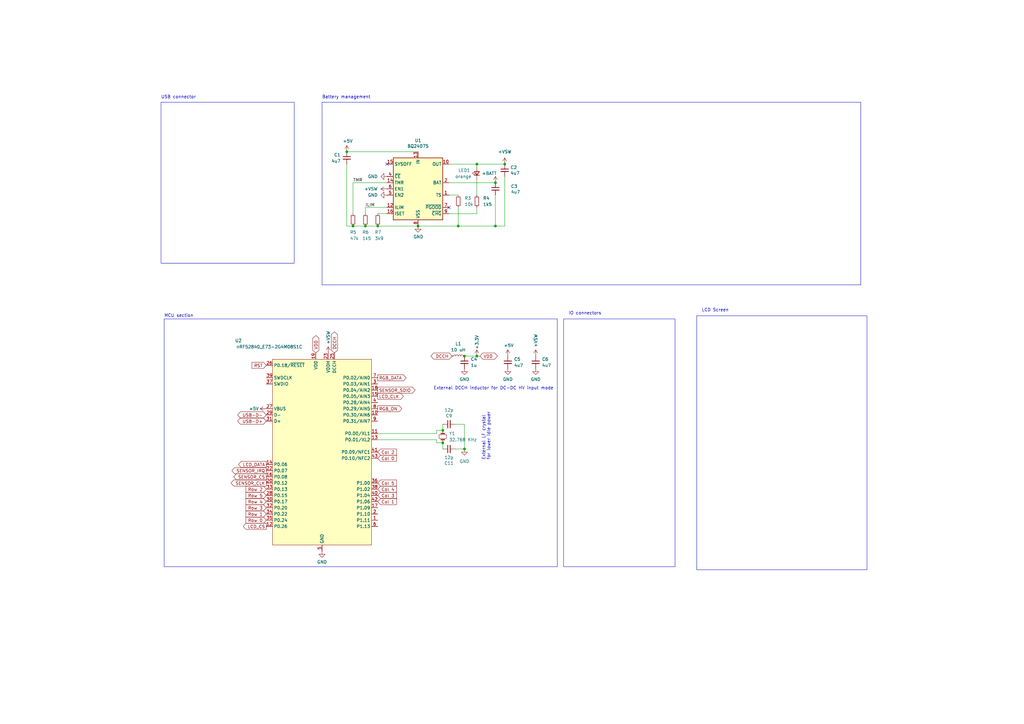
<source format=kicad_sch>
(kicad_sch (version 20250114) (generator "eeschema") (generator_version "9.0")
  (paper "A3")
  (lib_symbols
    (symbol "Battery_Management:BQ24075RGT"
      (property "Reference" "U" (at -8.89 13.97 0))
      (property "Value" "BQ24075RGT" (at 16.51 13.97 0))
      (symbol "BQ24075RGT_0_1"
        (rectangle (start -10.16 12.7) (end 10.16 -12.7) (stroke (width 0.254)) (fill (type background)))
      )
      (symbol "BQ24075RGT_1_1"
        (pin input line (at -12.7 10.16 0) (length 2.54) (name "SYSOFF") (number "15"))
        (pin input line (at -12.7 5.08 0) (length 2.54) (name "~{CE}") (number "4"))
        (pin input line (at -12.7 2.54 0) (length 2.54) (name "TMR") (number "14"))
        (pin input line (at -12.7 0 0) (length 2.54) (name "EN1") (number "6"))
        (pin input line (at -12.7 -2.54 0) (length 2.54) (name "EN2") (number "5"))
        (pin passive line (at -12.7 -7.62 0) (length 2.54) (name "ILIM") (number "12"))
        (pin passive line (at -12.7 -10.16 0) (length 2.54) (name "ISET") (number "16"))
        (pin power_in line (at 0 15.24 270) (length 2.54) (name "IN") (number "13"))
        (pin passive line (at 0 -15.24 90) (length 2.54) (hide yes) (name "VSS") (number "17"))
        (pin power_in line (at 0 -15.24 90) (length 2.54) (name "VSS") (number "8"))
        (pin power_out line (at 12.7 10.16 180) (length 2.54) (name "OUT") (number "10"))
        (pin passive line (at 12.7 10.16 180) (length 2.54) (hide yes) (name "OUT") (number "11"))
        (pin power_out line (at 12.7 2.54 180) (length 2.54) (name "BAT") (number "2"))
        (pin passive line (at 12.7 2.54 180) (length 2.54) (hide yes) (name "BAT") (number "3"))
        (pin passive line (at 12.7 -2.54 180) (length 2.54) (name "TS") (number "1"))
        (pin open_collector line (at 12.7 -7.62 180) (length 2.54) (name "~{PGOOD}") (number "7"))
        (pin open_collector line (at 12.7 -10.16 180) (length 2.54) (name "~{CHG}") (number "9"))
      )
    )
    (symbol "Device:C_Small" (pin_numbers (hide yes)) (pin_names (offset 0.254) (hide yes))
      (property "Reference" "C" (at 0.254 1.778 0))
      (property "Value" "C_Small" (at 0.254 -2.032 0))
      (symbol "C_Small_0_1"
        (polyline (pts (xy -1.524 0.508) (xy 1.524 0.508)) (stroke (width 0.3048)))
        (polyline (pts (xy -1.524 -0.508) (xy 1.524 -0.508)) (stroke (width 0.3302)))
      )
      (symbol "C_Small_1_1"
        (pin passive line (at 0 2.54 270) (length 2.032) (name "~") (number "1"))
        (pin passive line (at 0 -2.54 90) (length 2.032) (name "~") (number "2"))
      )
    )
    (symbol "Device:Crystal_Small" (pin_numbers (hide yes)) (pin_names (offset 1.016) (hide yes))
      (property "Reference" "Y" (at 0 2.54 0))
      (property "Value" "Crystal_Small" (at 0 -2.54 0))
      (symbol "Crystal_Small_0_1"
        (polyline (pts (xy -1.27 -0.762) (xy -1.27 0.762)) (stroke (width 0.381)))
        (rectangle (start -0.762 -1.524) (end 0.762 1.524))
        (polyline (pts (xy 1.27 -0.762) (xy 1.27 0.762)) (stroke (width 0.381)))
      )
      (symbol "Crystal_Small_1_1"
        (pin passive line (at -2.54 0 0) (length 1.27) (name "1") (number "1"))
        (pin passive line (at 2.54 0 180) (length 1.27) (name "2") (number "2"))
      )
    )
    (symbol "Device:LED_Small" (pin_numbers (hide yes)) (pin_names (offset 0.254) (hide yes))
      (property "Reference" "D" (at -1.27 3.175 0))
      (property "Value" "LED_Small" (at -4.445 -2.54 0))
      (symbol "LED_Small_0_1"
        (polyline (pts (xy -0.762 -1.016) (xy -0.762 1.016)) (stroke (width 0.254)))
        (polyline (pts (xy 0 0.762) (xy -0.508 1.27) (xy -0.254 1.27) (xy -0.508 1.27) (xy -0.508 1.016)))
        (polyline (pts (xy 0.508 1.27) (xy 0 1.778) (xy 0.254 1.778) (xy 0 1.778) (xy 0 1.524)))
        (polyline (pts (xy 0.762 -1.016) (xy -0.762 0) (xy 0.762 1.016) (xy 0.762 -1.016)) (stroke (width 0.254)))
        (polyline (pts (xy 1.016 0) (xy -0.762 0)))
      )
      (symbol "LED_Small_1_1"
        (pin passive line (at -2.54 0 0) (length 1.778) (name "K") (number "1"))
        (pin passive line (at 2.54 0 180) (length 1.778) (name "A") (number "2"))
      )
    )
    (symbol "Device:L_Small" (pin_numbers (hide yes)) (pin_names (offset 0.254) (hide yes))
      (property "Reference" "L" (at 0.762 1.016 0))
      (property "Value" "L_Small" (at 0.762 -1.016 0))
      (symbol "L_Small_0_1"
        (arc (start 0 2.032) (mid 0.5058 1.524) (end 0 1.016))
        (arc (start 0 1.016) (mid 0.5058 0.508) (end 0 0))
        (arc (start 0 0) (mid 0.5058 -0.508) (end 0 -1.016))
        (arc (start 0 -1.016) (mid 0.5058 -1.524) (end 0 -2.032))
      )
      (symbol "L_Small_1_1"
        (pin passive line (at 0 2.54 270) (length 0.508) (name "~") (number "1"))
        (pin passive line (at 0 -2.54 90) (length 0.508) (name "~") (number "2"))
      )
    )
    (symbol "Device:R_Small" (pin_numbers (hide yes)) (pin_names (offset 0.254) (hide yes))
      (property "Reference" "R" (at 0.762 0.508 0))
      (property "Value" "R_Small" (at 0.762 -1.016 0))
      (symbol "R_Small_0_1"
        (rectangle (start -0.762 1.778) (end 0.762 -1.778) (stroke (width 0.2032)))
      )
      (symbol "R_Small_1_1"
        (pin passive line (at 0 2.54 270) (length 0.762) (name "~") (number "1"))
        (pin passive line (at 0 -2.54 90) (length 0.762) (name "~") (number "2"))
      )
    )
    (symbol "PCM_marbastlib-various:nRF52840_E73-2G4M08S1C"
      (property "Reference" "U" (at 13.97 41.91 0))
      (property "Value" "nRF52840_E73-2G4M08S1C" (at 26.67 39.37 0))
      (symbol "nRF52840_E73-2G4M08S1C_0_0"
        (pin power_in line (at -22.86 30.48 0) (length 2.54) (name "SWDCLK") (number "39"))
        (pin bidirectional line (at -22.86 27.94 0) (length 2.54) (name "SWDIO") (number "37"))
        (pin input line (at -22.86 17.78 0) (length 2.54) (name "VBUS") (number "27"))
        (pin bidirectional line (at -22.86 15.24 0) (length 2.54) (name "D-") (number "29"))
        (pin bidirectional line (at -22.86 12.7 0) (length 2.54) (name "D+") (number "31"))
        (pin bidirectional line (at -22.86 -5.08 0) (length 2.54) (name "P0.06") (number "14"))
        (pin bidirectional line (at -22.86 -7.62 0) (length 2.54) (name "P0.07") (number "22"))
        (pin bidirectional line (at -22.86 -10.16 0) (length 2.54) (name "P0.08") (number "16"))
        (pin bidirectional line (at -22.86 -12.7 0) (length 2.54) (name "P0.12") (number "20"))
        (pin bidirectional line (at -22.86 -15.24 0) (length 2.54) (name "P0.13") (number "33"))
        (pin bidirectional line (at -22.86 -17.78 0) (length 2.54) (name "P0.15") (number "28"))
        (pin bidirectional line (at -22.86 -20.32 0) (length 2.54) (name "P0.17") (number "30"))
        (pin bidirectional line (at -22.86 -22.86 0) (length 2.54) (name "P0.20") (number "32"))
        (pin bidirectional line (at -22.86 -25.4 0) (length 2.54) (name "P0.22") (number "34"))
        (pin bidirectional line (at -22.86 -27.94 0) (length 2.54) (name "P0.24") (number "35"))
        (pin bidirectional line (at -22.86 -30.48 0) (length 2.54) (name "P0.26") (number "12"))
        (pin bidirectional line (at -2.54 40.64 270) (length 2.54) (name "VDD") (number "19"))
        (pin bidirectional line (at 2.54 40.64 270) (length 2.54) (name "VDDH") (number "23"))
        (pin bidirectional line (at 5.08 40.64 270) (length 2.54) (name "DCCH") (number "25"))
        (pin bidirectional line (at 22.86 30.48 180) (length 2.54) (name "P0.02/AIN0") (number "7"))
        (pin bidirectional line (at 22.86 27.94 180) (length 2.54) (name "P0.03/AIN1") (number "3"))
        (pin bidirectional line (at 22.86 25.4 180) (length 2.54) (name "P0.04/AIN2") (number "18"))
        (pin bidirectional line (at 22.86 22.86 180) (length 2.54) (name "P0.05/AIN3") (number "15"))
        (pin bidirectional line (at 22.86 20.32 180) (length 2.54) (name "P0.28/AIN4") (number "4"))
        (pin bidirectional line (at 22.86 17.78 180) (length 2.54) (name "P0.29/AIN5") (number "8"))
        (pin power_in line (at 22.86 15.24 180) (length 2.54) (name "P0.30/AIN6") (number "10"))
        (pin power_in line (at 22.86 12.7 180) (length 2.54) (name "P0.31/AIN7") (number "9"))
        (pin bidirectional line (at 22.86 7.62 180) (length 2.54) (name "P0.00/XL1") (number "11"))
        (pin bidirectional line (at 22.86 5.08 180) (length 2.54) (name "P0.01/XL2") (number "13"))
        (pin bidirectional line (at 22.86 0 180) (length 2.54) (name "P0.09/NFC1") (number "41"))
        (pin power_in line (at 22.86 -2.54 180) (length 2.54) (name "P0.10/NFC2") (number "43"))
        (pin bidirectional line (at 22.86 -12.7 180) (length 2.54) (name "P1.00") (number "36"))
        (pin bidirectional line (at 22.86 -15.24 180) (length 2.54) (name "P1.02") (number "38"))
        (pin bidirectional line (at 22.86 -17.78 180) (length 2.54) (name "P1.04") (number "40"))
        (pin power_in line (at 22.86 -20.32 180) (length 2.54) (name "P1.06") (number "42"))
        (pin bidirectional line (at 22.86 -22.86 180) (length 2.54) (name "P1.09") (number "17"))
        (pin bidirectional line (at 22.86 -25.4 180) (length 2.54) (name "P1.10") (number "2"))
        (pin bidirectional line (at 22.86 -27.94 180) (length 2.54) (name "P1.11") (number "1"))
        (pin bidirectional line (at 22.86 -30.48 180) (length 2.54) (name "P1.13") (number "6"))
      )
      (symbol "nRF52840_E73-2G4M08S1C_0_1"
        (rectangle (start -20.32 38.1) (end 20.32 -38.1) (stroke (width 0.1524)) (fill (type background)))
      )
      (symbol "nRF52840_E73-2G4M08S1C_1_0"
        (pin bidirectional line (at -22.86 35.56 0) (length 2.54) (name "P0.18/~{RESET}") (number "26"))
        (pin passive line (at 0 -40.64 90) (length 2.54) (hide yes) (name "GND") (number "21"))
        (pin passive line (at 0 -40.64 90) (length 2.54) (hide yes) (name "GND") (number "24"))
        (pin power_in line (at 0 -40.64 90) (length 2.54) (name "GND") (number "5"))
      )
    )
    (symbol "power:+3.3V" (power) (pin_names (offset 0))
      (property "Value" "+3.3V" (at 0 3.556 0))
      (symbol "+3.3V_0_1"
        (polyline (pts (xy -0.762 1.27) (xy 0 2.54)))
        (polyline (pts (xy 0 2.54) (xy 0.762 1.27)))
        (polyline (pts (xy 0 0) (xy 0 2.54)))
      )
      (symbol "+3.3V_1_1"
        (pin power_in line (at 0 0 90) (length 0) (hide yes) (name "+3.3V") (number "1"))
      )
    )
    (symbol "power:+5V" (power) (pin_names (offset 0))
      (property "Value" "+5V" (at 0 3.556 0))
      (symbol "+5V_0_1"
        (polyline (pts (xy -0.762 1.27) (xy 0 2.54)))
        (polyline (pts (xy 0 2.54) (xy 0.762 1.27)))
        (polyline (pts (xy 0 0) (xy 0 2.54)))
      )
      (symbol "+5V_1_1"
        (pin power_in line (at 0 0 90) (length 0) (hide yes) (name "+5V") (number "1"))
      )
    )
    (symbol "power:+BATT" (power) (pin_names (offset 0))
      (property "Value" "+BATT" (at 0 3.556 0))
      (symbol "+BATT_0_1"
        (polyline (pts (xy -0.762 1.27) (xy 0 2.54)))
        (polyline (pts (xy 0 2.54) (xy 0.762 1.27)))
        (polyline (pts (xy 0 0) (xy 0 2.54)))
      )
      (symbol "+BATT_1_1"
        (pin power_in line (at 0 0 90) (length 0) (hide yes) (name "+BATT") (number "1"))
      )
    )
    (symbol "power:+VSW" (power) (pin_names (offset 0))
      (property "Value" "+VSW" (at 0 3.556 0))
      (symbol "+VSW_0_1"
        (polyline (pts (xy -0.762 1.27) (xy 0 2.54)))
        (polyline (pts (xy 0 2.54) (xy 0.762 1.27)))
        (polyline (pts (xy 0 0) (xy 0 2.54)))
      )
      (symbol "+VSW_1_1"
        (pin power_in line (at 0 0 90) (length 0) (hide yes) (name "+VSW") (number "1"))
      )
    )
    (symbol "power:GND" (power) (pin_numbers (hide yes)) (pin_names (offset 0) (hide yes))
      (property "Value" "GND" (at 0 -3.81 0))
      (symbol "GND_0_1"
        (polyline (pts (xy 0 0) (xy 0 -1.27) (xy 1.27 -1.27) (xy 0 -2.54) (xy -1.27 -1.27) (xy 0 -1.27)))
      )
      (symbol "GND_1_1"
        (pin power_in line (at 0 0 270) (length 0) (name "~") (number "1"))
      )
    )
  )
  (rectangle (start 231.14 130.81) (end 276.86 232.41))
  (rectangle (start 67.31 130.81) (end 228.6 232.41))
  (rectangle (start 132.08 41.91) (end 353.06 116.84))
  (rectangle (start 66.04 41.91) (end 120.65 107.95))
  (rectangle (start 285.75 129.54) (end 355.6 233.68))
  (text "USB connector" (at 66.04 40.64 0) (effects (font (size 1.27 1.27)) (justify left bottom)))
  (text "IO connectors" (at 233.172 129.286 0) (effects (font (size 1.27 1.27)) (justify left bottom)))
  (text "LCD Screen" (at 287.782 128.016 0) (effects (font (size 1.27 1.27)) (justify left bottom)))
  (text "External DCCH inductor for DC-DC HV input mode" (at 177.8 160.02 0) (effects (font (size 1.27 1.27)) (justify left bottom)))
  (text "Battery management" (at 132.08 40.64 0) (effects (font (size 1.27 1.27)) (justify left bottom)))
  (text "MCU section" (at 67.31 130.302 0) (effects (font (size 1.27 1.27)) (justify left bottom)))
  (text "External LF crystal\nfor lower idle power" (at 201.168 188.722 90) (effects (font (size 1.27 1.27)) (justify left bottom)))
  (junction (at 154.94 92.71) (diameter 0.9144))
  (junction (at 171.45 92.71) (diameter 0.9144))
  (junction (at 149.86 92.71) (diameter 0.9144))
  (junction (at 144.78 92.71) (diameter 0.9144))
  (junction (at 187.96 92.71) (diameter 0.9144))
  (junction (at 190.5 146.05))
  (junction (at 181.61 181.61))
  (junction (at 207.01 67.31))
  (junction (at 142.24 62.23))
  (junction (at 203.2 74.93) (diameter 0.9144))
  (junction (at 181.61 176.53))
  (junction (at 195.58 67.31))
  (junction (at 195.58 146.05))
  (junction (at 190.5 184.15))
  (junction (at 203.2 92.71))
  (no_connect (at 184.15 85.09))
  (no_connect (at 158.75 67.31))
  (wire (pts (xy 149.86 85.09) (xy 158.75 85.09)))
  (wire (pts (xy 149.86 85.09) (xy 149.86 87.63)))
  (wire (pts (xy 181.61 173.99) (xy 181.61 176.53)))
  (wire (pts (xy 154.94 92.71) (xy 171.45 92.71)))
  (wire (pts (xy 149.86 92.71) (xy 154.94 92.71)))
  (wire (pts (xy 184.15 74.93) (xy 203.2 74.93)))
  (wire (pts (xy 190.5 146.05) (xy 195.58 146.05)))
  (wire (pts (xy 179.07 176.53) (xy 181.61 176.53)))
  (wire (pts (xy 195.58 73.66) (xy 195.58 80.01)))
  (wire (pts (xy 195.58 67.31) (xy 207.01 67.31)))
  (wire (pts (xy 142.24 62.23) (xy 171.45 62.23)))
  (wire (pts (xy 179.07 180.34) (xy 179.07 181.61)))
  (wire (pts (xy 184.15 80.01) (xy 187.96 80.01)))
  (wire (pts (xy 179.07 177.8) (xy 179.07 176.53)))
  (wire (pts (xy 195.58 68.58) (xy 195.58 67.31)))
  (wire (pts (xy 181.61 181.61) (xy 181.61 184.15)))
  (wire (pts (xy 179.07 181.61) (xy 181.61 181.61)))
  (wire (pts (xy 154.94 87.63) (xy 158.75 87.63)))
  (wire (pts (xy 187.96 92.71) (xy 203.2 92.71)))
  (wire (pts (xy 142.24 92.71) (xy 144.78 92.71)))
  (wire (pts (xy 144.78 92.71) (xy 149.86 92.71)))
  (wire (pts (xy 184.15 87.63) (xy 195.58 87.63)))
  (wire (pts (xy 144.78 74.93) (xy 158.75 74.93)))
  (wire (pts (xy 186.69 173.99) (xy 190.5 173.99)))
  (wire (pts (xy 187.96 85.09) (xy 187.96 92.71)))
  (wire (pts (xy 186.69 184.15) (xy 190.5 184.15)))
  (wire (pts (xy 184.15 67.31) (xy 195.58 67.31)))
  (wire (pts (xy 207.01 92.71) (xy 203.2 92.71)))
  (wire (pts (xy 154.94 180.34) (xy 179.07 180.34)))
  (wire (pts (xy 203.2 80.01) (xy 203.2 92.71)))
  (wire (pts (xy 144.78 74.93) (xy 144.78 87.63)))
  (wire (pts (xy 190.5 173.99) (xy 190.5 184.15)))
  (wire (pts (xy 195.58 146.05) (xy 196.85 146.05)))
  (wire (pts (xy 142.24 67.31) (xy 142.24 92.71)))
  (wire (pts (xy 207.01 72.39) (xy 207.01 92.71)))
  (wire (pts (xy 171.45 92.71) (xy 187.96 92.71)))
  (wire (pts (xy 154.94 177.8) (xy 179.07 177.8)))
  (wire (pts (xy 195.58 85.09) (xy 195.58 87.63)))
  (label "ILIM" (at 149.86 85.09 0))
  (label "TMR" (at 144.78 74.93 0))
  (global_label "DCCH" (shape bidirectional) (at 185.42 146.05 180) (property "Intersheetrefs" "${INTERSHEET_REFS}" (at 176.996 146.05 0) (effects (justify right))))
  (global_label "SENSOR_IRQ" (shape output) (at 109.22 193.04 180) (property "Intersheetrefs" "${INTERSHEET_REFS}" (at 94.5629 193.04 0) (effects (justify right))))
  (global_label "SENSOR_CLK" (shape output) (at 109.22 198.12 180) (property "Intersheetrefs" "${INTERSHEET_REFS}" (at 94.2001 198.12 0) (effects (justify right))))
  (global_label "Row 4" (shape input) (at 109.22 205.74 180) (property "Intersheetrefs" "${INTERSHEET_REFS}" (at 100.3082 205.74 0) (effects (justify right))))
  (global_label "RGB_ON" (shape output) (at 154.94 167.64 0) (property "Intersheetrefs" "${INTERSHEET_REFS}" (at 165.3638 167.64 0) (effects (justify left))))
  (global_label "Row 1" (shape input) (at 109.22 210.82 180) (property "Intersheetrefs" "${INTERSHEET_REFS}" (at 100.3082 210.82 0) (effects (justify right))))
  (global_label "USB-D-" (shape bidirectional) (at 109.22 170.18 180) (property "Intersheetrefs" "${INTERSHEET_REFS}" (at 98.5821 170.2594 0) (effects (justify right))))
  (global_label "RST" (shape input) (at 109.22 149.86 180) (property "Intersheetrefs" "${INTERSHEET_REFS}" (at 103.4419 149.86 0) (effects (justify right))))
  (global_label "Col 0" (shape input) (at 154.94 187.96 0) (property "Intersheetrefs" "${INTERSHEET_REFS}" (at 163.1865 187.96 0) (effects (justify left))))
  (global_label "SENSOR_SDIO" (shape output) (at 154.94 160.02 0) (property "Intersheetrefs" "${INTERSHEET_REFS}" (at 170.8066 160.02 0) (effects (justify left))))
  (global_label "SENSOR_CS" (shape output) (at 109.22 195.58 180) (property "Intersheetrefs" "${INTERSHEET_REFS}" (at 95.2887 195.58 0) (effects (justify right))))
  (global_label "LCD_CS" (shape output) (at 109.22 215.9 180) (property "Intersheetrefs" "${INTERSHEET_REFS}" (at 99.2196 215.9 0) (effects (justify right))))
  (global_label "Row 2" (shape input) (at 109.22 200.66 180) (property "Intersheetrefs" "${INTERSHEET_REFS}" (at 100.3082 200.66 0) (effects (justify right))))
  (global_label "Col 5" (shape input) (at 154.94 198.12 0) (property "Intersheetrefs" "${INTERSHEET_REFS}" (at 163.1865 198.12 0) (effects (justify left))))
  (global_label "DCCH" (shape bidirectional) (at 137.16 144.78 90) (property "Intersheetrefs" "${INTERSHEET_REFS}" (at 137.16 136.356 90) (effects (justify left))))
  (global_label "Row 0" (shape input) (at 109.22 213.36 180) (property "Intersheetrefs" "${INTERSHEET_REFS}" (at 100.3082 213.36 0) (effects (justify right))))
  (global_label "LCD_CLK" (shape output) (at 154.94 162.56 0) (property "Intersheetrefs" "${INTERSHEET_REFS}" (at 166.029 162.56 0) (effects (justify left))))
  (global_label "RGB_DATA" (shape output) (at 154.94 154.94 0) (property "Intersheetrefs" "${INTERSHEET_REFS}" (at 167.1176 154.94 0) (effects (justify left))))
  (global_label "Col 4" (shape input) (at 154.94 200.66 0) (property "Intersheetrefs" "${INTERSHEET_REFS}" (at 163.1865 200.66 0) (effects (justify left))))
  (global_label "LCD_DATA" (shape output) (at 109.22 190.5 180) (property "Intersheetrefs" "${INTERSHEET_REFS}" (at 97.2843 190.5 0) (effects (justify right))))
  (global_label "USB-D+" (shape bidirectional) (at 109.22 172.72 180) (property "Intersheetrefs" "${INTERSHEET_REFS}" (at 98.5821 172.7994 0) (effects (justify right))))
  (global_label "Row 5" (shape input) (at 109.22 203.2 180) (property "Intersheetrefs" "${INTERSHEET_REFS}" (at 100.3082 203.2 0) (effects (justify right))))
  (global_label "VDD" (shape bidirectional) (at 129.54 144.78 90) (property "Intersheetrefs" "${INTERSHEET_REFS}" (at 129.54 137.8679 90) (effects (justify left))))
  (global_label "VDD" (shape bidirectional) (at 196.85 146.05 0) (property "Intersheetrefs" "${INTERSHEET_REFS}" (at 203.7621 146.05 0) (effects (justify left))))
  (global_label "Col 3" (shape input) (at 154.94 203.2 0) (property "Intersheetrefs" "${INTERSHEET_REFS}" (at 163.1865 203.2 0) (effects (justify left))))
  (global_label "Col 2" (shape input) (at 154.94 185.42 0) (property "Intersheetrefs" "${INTERSHEET_REFS}" (at 163.1865 185.42 0) (effects (justify left))))
  (global_label "Row 3" (shape input) (at 109.22 208.28 180) (property "Intersheetrefs" "${INTERSHEET_REFS}" (at 100.3082 208.28 0) (effects (justify right))))
  (global_label "Col 1" (shape input) (at 154.94 205.74 0) (property "Intersheetrefs" "${INTERSHEET_REFS}" (at 163.1865 205.74 0) (effects (justify left))))
  (symbol (lib_id "Battery_Management:BQ24075RGT") (at 171.45 77.47 0) (unit 1)
    (property "Reference" "U1" (at 171.45 57.6326 0))
    (property "Value" "BQ24075" (at 171.45 59.944 0))
    (property "Footprint" "Package_DFN_QFN:VQFN-16-1EP_3x3mm_P0.5mm_EP1.6x1.6mm" (effects (hide yes)))
    (property "Datasheet" "http://www.ti.com/lit/ds/symlink/bq24075.pdf" (effects (hide yes)))
  )
  (symbol (lib_id "power:GND") (at 158.75 72.39 270) (unit 1)
    (property "Reference" "#PWR06" (effects (hide yes)))
    (property "Value" "GND" (at 154.94 72.3899 90) (effects (justify right)))
  )
  (symbol (lib_id "PCM_marbastlib-various:nRF52840_E73-2G4M08S1C") (at 132.08 185.42 0) (unit 1)
    (property "Reference" "U2" (at 97.79 139.7 0))
    (property "Value" "nRF52840_E73-2G4M08S1C" (at 110.49 142.24 0))
    (property "Footprint" "E73-2G4M08S1C Model:E73-2G4M08S1C" (effects (hide yes)))
    (property "Datasheet" "https://www.ebyte.com/en/downpdf.aspx?id=445" (effects (hide yes)))
    (property "LCSC" "C356849" (effects (hide yes)))
  )
  (symbol (lib_id "Device:R_Small") (at 149.86 90.17 0) (unit 1)
    (property "Reference" "R6" (at 148.59 95.25 0) (effects (justify left)))
    (property "Value" "1k5" (at 148.59 97.79 0) (effects (justify left)))
    (property "Footprint" "Resistor_SMD:R_0402_1005Metric" (effects (hide yes)))
  )
  (symbol (lib_id "power:+5V") (at 109.22 167.64 90) (unit 1)
    (property "Reference" "#PWR026" (effects (hide yes)))
    (property "Value" "+5V" (at 104.14 167.64 90))
  )
  (symbol (lib_id "power:+5V") (at 142.24 62.23 0) (unit 1)
    (property "Reference" "#PWR04" (effects (hide yes)))
    (property "Value" "+5V" (at 142.621 57.8358 0))
  )
  (symbol (lib_id "Device:C_Small") (at 190.5 148.59 0) (unit 1)
    (property "Reference" "C4" (at 193.04 147.3263 0) (effects (justify left)))
    (property "Value" "1u" (at 193.04 149.8663 0) (effects (justify left)))
    (property "Footprint" "Capacitor_SMD:C_0402_1005Metric" (effects (hide yes)))
    (property "Notes" "X7R, 10%" (effects (hide yes)))
  )
  (symbol (lib_id "Device:R_Small") (at 144.78 90.17 0) (unit 1)
    (property "Reference" "R5" (at 143.51 95.25 0) (effects (justify left)))
    (property "Value" "47k" (at 143.51 97.79 0) (effects (justify left)))
    (property "Footprint" "Resistor_SMD:R_0402_1005Metric" (effects (hide yes)))
  )
  (symbol (lib_id "power:+BATT") (at 203.2 74.93 0) (unit 1)
    (property "Reference" "#PWR07" (effects (hide yes)))
    (property "Value" "+BATT" (at 200.66 71.12 0))
  )
  (symbol (lib_id "Device:C_Small") (at 207.01 69.85 0) (unit 1)
    (property "Reference" "C2" (at 209.3468 68.6816 0) (effects (justify left)))
    (property "Value" "4u7" (at 209.3468 70.993 0) (effects (justify left)))
    (property "Footprint" "Capacitor_SMD:C_0402_1005Metric" (effects (hide yes)))
    (property "Notes" "X7R, 10%" (effects (hide yes)))
  )
  (symbol (lib_id "Device:C_Small") (at 208.28 148.59 0) (unit 1)
    (property "Reference" "C5" (at 210.82 147.3263 0) (effects (justify left)))
    (property "Value" "4u7" (at 210.82 149.8663 0) (effects (justify left)))
    (property "Footprint" "Capacitor_SMD:C_0402_1005Metric" (effects (hide yes)))
    (property "Notes" "X7R, 10%" (effects (hide yes)))
  )
  (symbol (lib_id "Device:R_Small") (at 195.58 82.55 0) (unit 1)
    (property "Reference" "R4" (at 198.12 81.2799 0) (effects (justify left)))
    (property "Value" "1k5" (at 198.12 83.8199 0) (effects (justify left)))
    (property "Footprint" "Resistor_SMD:R_0402_1005Metric" (effects (hide yes)))
  )
  (symbol (lib_id "Device:LED_Small") (at 195.58 71.12 90) (unit 1)
    (property "Reference" "LED1" (at 187.96 69.85 90) (effects (justify right)))
    (property "Value" "orange" (at 186.69 72.39 90) (effects (justify right)))
    (property "Footprint" "LED_SMD:LED_0402_1005Metric" (effects (hide yes)))
  )
  (symbol (lib_id "power:+5V") (at 208.28 146.05 0) (unit 1)
    (property "Reference" "#PWR015" (effects (hide yes)))
    (property "Value" "+5V" (at 208.661 141.6558 0))
  )
  (symbol (lib_id "power:GND") (at 158.75 80.01 270) (unit 1)
    (property "Reference" "#PWR09" (effects (hide yes)))
    (property "Value" "GND" (at 154.94 80.0099 90) (effects (justify right)))
  )
  (symbol (lib_id "Device:C_Small") (at 184.15 173.99 90) (unit 1)
    (property "Reference" "C9" (at 184.15 170.5102 90))
    (property "Value" "12p" (at 184.15 168.1988 90))
    (property "Footprint" "Capacitor_SMD:C_0402_1005Metric" (effects (hide yes)))
    (property "Notes" "NP0, 2%" (effects (hide yes)))
  )
  (symbol (lib_id "power:+VSW") (at 158.75 77.47 90) (unit 1)
    (property "Reference" "#PWR08" (effects (hide yes)))
    (property "Value" "+VSW" (at 154.94 77.4699 90) (effects (justify left)))
  )
  (symbol (lib_id "power:GND") (at 190.5 184.15 0) (unit 1)
    (property "Reference" "#PWR034" (effects (hide yes)))
    (property "Value" "GND" (at 190.5 189.23 0))
  )
  (symbol (lib_id "power:GND") (at 219.71 151.13 0) (unit 1)
    (property "Reference" "#PWR020" (effects (hide yes)))
    (property "Value" "GND" (at 219.71 155.575 0))
  )
  (symbol (lib_id "power:GND") (at 171.45 92.71 0) (unit 1)
    (property "Reference" "#PWR012" (effects (hide yes)))
    (property "Value" "GND" (at 171.577 97.1042 0))
  )
  (symbol (lib_id "power:GND") (at 208.28 151.13 0) (unit 1)
    (property "Reference" "#PWR019" (effects (hide yes)))
    (property "Value" "GND" (at 208.28 155.575 0))
  )
  (symbol (lib_id "power:+VSW") (at 134.62 144.78 0) (unit 1)
    (property "Reference" "#PWR013" (effects (hide yes)))
    (property "Value" "+VSW" (at 134.62 138.43 90))
  )
  (symbol (lib_id "power:+VSW") (at 207.01 67.31 0) (unit 1)
    (property "Reference" "#PWR05" (effects (hide yes)))
    (property "Value" "+VSW" (at 207.01 62.23 0))
  )
  (symbol (lib_id "Device:C_Small") (at 203.2 77.47 0) (unit 1)
    (property "Reference" "C3" (at 209.55 76.4286 0) (effects (justify left)))
    (property "Value" "4u7" (at 209.55 78.74 0) (effects (justify left)))
    (property "Footprint" "Capacitor_SMD:C_0402_1005Metric" (effects (hide yes)))
    (property "Notes" "X7R, 10%" (effects (hide yes)))
  )
  (symbol (lib_id "Device:C_Small") (at 219.71 148.59 0) (unit 1)
    (property "Reference" "C6" (at 222.25 147.3263 0) (effects (justify left)))
    (property "Value" "4u7" (at 222.25 149.8663 0) (effects (justify left)))
    (property "Footprint" "Capacitor_SMD:C_0402_1005Metric" (effects (hide yes)))
    (property "Notes" "X7R, 10%" (effects (hide yes)))
  )
  (symbol (lib_id "Device:R_Small") (at 187.96 82.55 0) (unit 1)
    (property "Reference" "R3" (at 190.5 81.2799 0) (effects (justify left)))
    (property "Value" "10k" (at 190.5 83.8199 0) (effects (justify left)))
    (property "Footprint" "Resistor_SMD:R_0402_1005Metric" (effects (hide yes)))
  )
  (symbol (lib_id "power:GND") (at 132.08 226.06 0) (unit 1)
    (property "Reference" "#PWR041" (effects (hide yes)))
    (property "Value" "GND" (at 132.08 230.505 0))
  )
  (symbol (lib_id "power:GND") (at 190.5 151.13 0) (unit 1)
    (property "Reference" "#PWR018" (effects (hide yes)))
    (property "Value" "GND" (at 190.5 155.575 0))
  )
  (symbol (lib_id "power:+3.3V") (at 195.58 146.05 0) (unit 1)
    (property "Reference" "#PWR014" (effects (hide yes)))
    (property "Value" "+3.3V" (at 195.58 140.335 90))
  )
  (symbol (lib_id "Device:C_Small") (at 184.15 184.15 90) (unit 1)
    (property "Reference" "C11" (at 184.15 189.9666 90))
    (property "Value" "12p" (at 184.15 187.6552 90))
    (property "Footprint" "Capacitor_SMD:C_0402_1005Metric" (effects (hide yes)))
    (property "Notes" "NP0, 2%" (effects (hide yes)))
  )
  (symbol (lib_id "Device:R_Small") (at 154.94 90.17 0) (unit 1)
    (property "Reference" "R7" (at 153.67 95.25 0) (effects (justify left)))
    (property "Value" "3k9" (at 153.67 97.79 0) (effects (justify left)))
    (property "Footprint" "Resistor_SMD:R_0402_1005Metric" (effects (hide yes)))
  )
  (symbol (lib_id "power:+VSW") (at 219.71 146.05 0) (unit 1)
    (property "Reference" "#PWR016" (effects (hide yes)))
    (property "Value" "+VSW" (at 219.71 139.7 90))
  )
  (symbol (lib_id "Device:L_Small") (at 187.96 146.05 90) (unit 1)
    (property "Reference" "L1" (at 187.96 140.97 90))
    (property "Value" "10 uH" (at 187.96 143.51 90))
    (property "Footprint" "Inductor_SMD:L_0603_1608Metric" (effects (hide yes)))
    (property "Notes" "80 mA, 20%" (effects (hide yes)))
    (property "LCSC" "C92982" (effects (hide yes)))
  )
  (symbol (lib_id "Device:Crystal_Small") (at 181.61 179.07 90) (unit 1)
    (property "Reference" "Y1" (at 184.15 177.8 90) (effects (justify right)))
    (property "Value" "32.768 KHz" (at 184.15 180.34 90) (effects (justify right)))
    (property "Footprint" "Crystal:Crystal_SMD_2012-2Pin_2.0x1.2mm" (effects (hide yes)))
    (property "Datasheet" "https://datasheet.lcsc.com/szlcsc/KDS-Daishinku-KDS-32-768KHz-12-5PF-20ppm_C93231.pdf" (effects (hide yes)))
    (property "LCSC" "C55208" (effects (hide yes)))
  )
  (symbol (lib_id "Device:C_Small") (at 142.24 64.77 0) (unit 1)
    (property "Reference" "C1" (at 139.7 63.5062 0) (effects (justify right)))
    (property "Value" "4u7" (at 139.7 66.0462 0) (effects (justify right)))
    (property "Footprint" "Capacitor_SMD:C_0402_1005Metric" (effects (hide yes)))
    (property "Notes" "X7R, 10%" (effects (hide yes)))
  )
)
</source>
